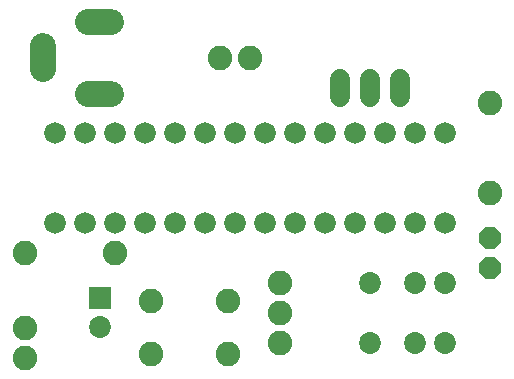
<source format=gbr>
G04 EAGLE Gerber RS-274X export*
G75*
%MOMM*%
%FSLAX34Y34*%
%LPD*%
%INSoldermask Bottom*%
%IPPOS*%
%AMOC8*
5,1,8,0,0,1.08239X$1,22.5*%
G01*
%ADD10C,1.854200*%
%ADD11R,1.854200X1.854200*%
%ADD12C,2.082800*%
%ADD13C,2.203200*%
%ADD14C,1.727200*%
%ADD15C,1.828800*%
%ADD16P,2.034460X8X292.500000*%


D10*
X393700Y101600D03*
X368300Y101600D03*
X393700Y50800D03*
X368300Y50800D03*
D11*
X101600Y88700D03*
D10*
X101600Y63700D03*
X330200Y101600D03*
X330200Y50800D03*
D12*
X254000Y50800D03*
X254000Y76200D03*
X254000Y101600D03*
D13*
X111600Y261100D02*
X91600Y261100D01*
X91600Y322100D02*
X111600Y322100D01*
X53600Y302100D02*
X53600Y282100D01*
D12*
X203200Y292100D03*
X228600Y292100D03*
X114300Y127000D03*
X38100Y127000D03*
X145288Y86106D03*
X210312Y86106D03*
X145288Y40894D03*
X210312Y40894D03*
D14*
X304800Y259080D02*
X304800Y274320D01*
X330200Y274320D02*
X330200Y259080D01*
X355600Y259080D02*
X355600Y274320D01*
D15*
X63500Y152400D03*
X88900Y152400D03*
X114300Y152400D03*
X139700Y152400D03*
X165100Y152400D03*
X190500Y152400D03*
X215900Y152400D03*
X241300Y152400D03*
X266700Y152400D03*
X292100Y152400D03*
X317500Y152400D03*
X342900Y152400D03*
X368300Y152400D03*
X393700Y152400D03*
X393700Y228600D03*
X368300Y228600D03*
X342900Y228600D03*
X317500Y228600D03*
X292100Y228600D03*
X266700Y228600D03*
X241300Y228600D03*
X215900Y228600D03*
X190500Y228600D03*
X165100Y228600D03*
X139700Y228600D03*
X114300Y228600D03*
X88900Y228600D03*
X63500Y228600D03*
D12*
X38100Y63500D03*
X38100Y38100D03*
D16*
X431800Y139700D03*
X431800Y114300D03*
D12*
X431800Y254000D03*
X431800Y177800D03*
M02*

</source>
